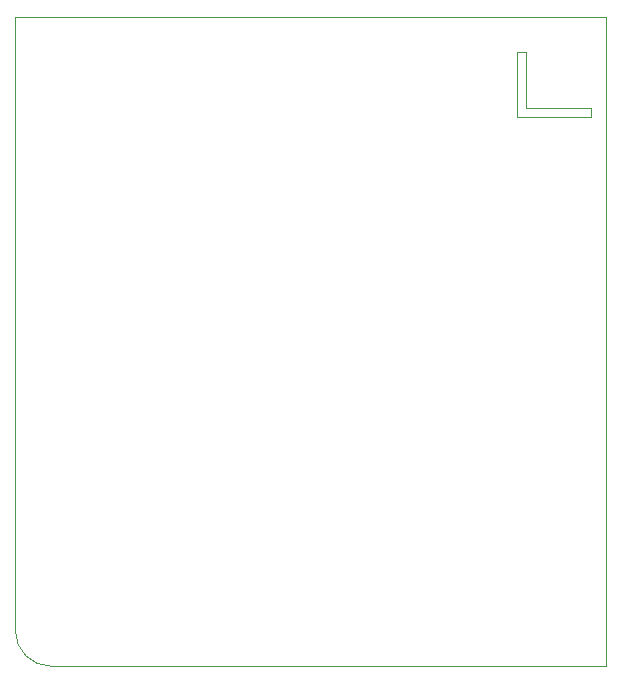
<source format=gbr>
%TF.GenerationSoftware,KiCad,Pcbnew,6.0.11+dfsg-1*%
%TF.CreationDate,2023-11-18T19:22:11+05:30*%
%TF.ProjectId,c3rl-at-cr-beta-2,6333726c-2d61-4742-9d63-722d62657461,rev?*%
%TF.SameCoordinates,Original*%
%TF.FileFunction,Profile,NP*%
%FSLAX46Y46*%
G04 Gerber Fmt 4.6, Leading zero omitted, Abs format (unit mm)*
G04 Created by KiCad (PCBNEW 6.0.11+dfsg-1) date 2023-11-18 19:22:11*
%MOMM*%
%LPD*%
G01*
G04 APERTURE LIST*
%TA.AperFunction,Profile*%
%ADD10C,0.100000*%
%TD*%
G04 APERTURE END LIST*
D10*
X94500000Y-81250000D02*
X94500000Y-76500000D01*
X101250000Y-128500000D02*
X101250000Y-73500000D01*
X93750000Y-82000000D02*
X100000000Y-82000000D01*
X100000000Y-82000000D02*
X100000000Y-81250000D01*
X94750000Y-81250000D02*
X94500000Y-81250000D01*
X100000000Y-81250000D02*
X94750000Y-81250000D01*
X51250000Y-73500000D02*
X51250000Y-125500000D01*
X101250000Y-73500000D02*
X51250000Y-73500000D01*
X93750000Y-76500000D02*
X93750000Y-82000000D01*
X94500000Y-76500000D02*
X93750000Y-76500000D01*
X54250000Y-128500000D02*
X101250000Y-128500000D01*
X51250000Y-125500000D02*
G75*
G03*
X54250000Y-128500000I3000000J0D01*
G01*
M02*

</source>
